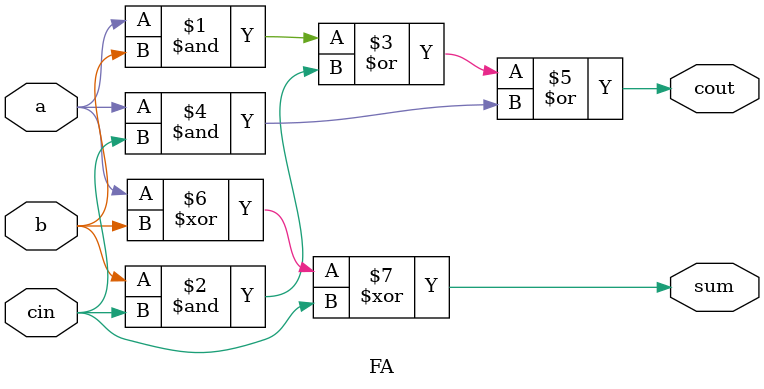
<source format=v>

module top_module (
    input [3:0] x,
    input [3:0] y, 
    output [4:0] sum);
    wire [3:0]cout;
    FA FA1 (x[0],y[0],0,cout[0],sum[0]);
    FA FA2(x[1],y[1],cout[0],cout[1],sum[1]);
    FA FA3(x[2],y[2],cout[1],cout[2],sum[2]);
    FA FA4(x[3],y[3],cout[2],sum[4],sum[3]);
endmodule
module FA(
input a,b,cin,
    output  cout,sum);
   
    assign cout=(a&b)|(b&cin)|(a&cin);
     assign sum=a^b^cin;
endmodule

</source>
